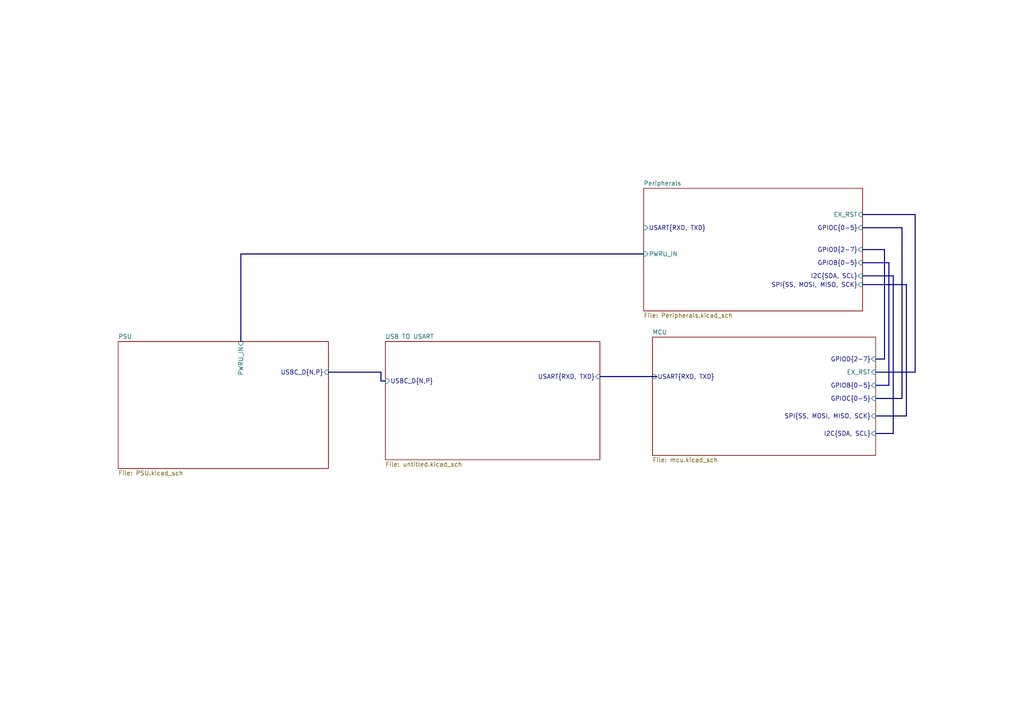
<source format=kicad_sch>
(kicad_sch (version 20230121) (generator eeschema)

  (uuid b2bbdadf-112f-4546-9689-8793d1774710)

  (paper "A4")

  (lib_symbols
  )


  (bus (pts (xy 69.85 73.66) (xy 69.85 99.06))
    (stroke (width 0) (type default))
    (uuid 00ad8706-856d-4fae-a6a5-12c9f8aafd3d)
  )
  (bus (pts (xy 110.49 110.49) (xy 111.76 110.49))
    (stroke (width 0) (type default))
    (uuid 12769caf-dafe-4a6b-8d3d-6e4882d909ed)
  )
  (bus (pts (xy 186.69 73.66) (xy 69.85 73.66))
    (stroke (width 0) (type default))
    (uuid 14446f7c-7a6b-4436-add5-a9477c45cca9)
  )
  (bus (pts (xy 262.89 82.55) (xy 250.19 82.55))
    (stroke (width 0) (type default))
    (uuid 17ad2968-0da6-40ba-b4db-2ecf090b0480)
  )
  (bus (pts (xy 257.81 111.76) (xy 254 111.76))
    (stroke (width 0) (type default))
    (uuid 2fbf1876-8c87-40b6-8bbd-724450d2cb4f)
  )
  (bus (pts (xy 250.19 76.2) (xy 257.81 76.2))
    (stroke (width 0) (type default))
    (uuid 327fbec1-bf8d-4296-b8e4-631c6f878590)
  )
  (bus (pts (xy 265.43 107.95) (xy 254 107.95))
    (stroke (width 0) (type default))
    (uuid 3af161d5-ca79-48ad-9c79-dca7e13cfea4)
  )
  (bus (pts (xy 257.81 76.2) (xy 257.81 111.76))
    (stroke (width 0) (type default))
    (uuid 3c7b3f2e-f1c2-472b-b011-346fb27089c4)
  )
  (bus (pts (xy 110.49 107.95) (xy 110.49 110.49))
    (stroke (width 0) (type default))
    (uuid 49fc620b-98f5-4790-bcbb-0bdc7cf5b42f)
  )
  (bus (pts (xy 256.54 72.39) (xy 256.54 104.14))
    (stroke (width 0) (type default))
    (uuid 51726653-c9a4-4039-b574-6783f75b1d72)
  )
  (bus (pts (xy 261.62 115.57) (xy 254 115.57))
    (stroke (width 0) (type default))
    (uuid 56efb673-9d21-4cb1-8d32-bf044c0f5b94)
  )
  (bus (pts (xy 173.99 109.22) (xy 190.5 109.22))
    (stroke (width 0) (type default))
    (uuid 5eebbb1d-9a3d-4980-bfe3-22c7b11db0c0)
  )
  (bus (pts (xy 254 125.73) (xy 259.08 125.73))
    (stroke (width 0) (type default))
    (uuid 649a4be9-7dd8-4f88-8691-8bcb3d0237f8)
  )
  (bus (pts (xy 95.25 107.95) (xy 110.49 107.95))
    (stroke (width 0) (type default))
    (uuid 6d666f6b-46bd-4640-bbfd-ed2b611f3b55)
  )
  (bus (pts (xy 265.43 62.23) (xy 265.43 107.95))
    (stroke (width 0) (type default))
    (uuid 76ec8b26-efed-40fc-917e-d0777e6c67f9)
  )
  (bus (pts (xy 262.89 120.65) (xy 262.89 82.55))
    (stroke (width 0) (type default))
    (uuid 8c5f936c-9fd3-4390-9f90-5eb1bf1033b6)
  )
  (bus (pts (xy 259.08 80.01) (xy 250.19 80.01))
    (stroke (width 0) (type default))
    (uuid a81d5356-3589-4515-abf8-80be859a1a92)
  )
  (bus (pts (xy 250.19 62.23) (xy 265.43 62.23))
    (stroke (width 0) (type default))
    (uuid a9e5bbcc-84ca-4d4a-b1e8-02c87062c8b0)
  )
  (bus (pts (xy 250.19 72.39) (xy 256.54 72.39))
    (stroke (width 0) (type default))
    (uuid ad12b516-8cc6-4bab-a6e1-170d720c6ad7)
  )
  (bus (pts (xy 259.08 125.73) (xy 259.08 80.01))
    (stroke (width 0) (type default))
    (uuid c012353e-93b6-42de-809f-3c215b65fa9e)
  )
  (bus (pts (xy 261.62 66.04) (xy 261.62 115.57))
    (stroke (width 0) (type default))
    (uuid c5cb7438-f994-4223-862a-d03b3ead2492)
  )
  (bus (pts (xy 256.54 104.14) (xy 254 104.14))
    (stroke (width 0) (type default))
    (uuid e2eb1990-d983-482e-8a1a-c1686e0100f6)
  )
  (bus (pts (xy 250.19 66.04) (xy 261.62 66.04))
    (stroke (width 0) (type default))
    (uuid fd3faf0f-905a-491c-be54-e9a60ecfaae9)
  )
  (bus (pts (xy 254 120.65) (xy 262.89 120.65))
    (stroke (width 0) (type default))
    (uuid ffda3e92-1149-4562-a0d9-87575638df71)
  )

  (sheet (at 111.76 99.06) (size 62.23 34.29) (fields_autoplaced)
    (stroke (width 0.1524) (type solid))
    (fill (color 0 0 0 0.0000))
    (uuid 4c1339f2-2103-4e30-bf65-8eca96f31bda)
    (property "Sheetname" "USB TO USART" (at 111.76 98.3484 0)
      (effects (font (size 1.27 1.27)) (justify left bottom))
    )
    (property "Sheetfile" "untitled.kicad_sch" (at 111.76 133.9346 0)
      (effects (font (size 1.27 1.27)) (justify left top))
    )
    (pin "USBC_D{N,P}" input (at 111.76 110.49 180)
      (effects (font (size 1.27 1.27)) (justify left))
      (uuid 10c701b6-665f-49e2-a934-c16b1d6a8e94)
    )
    (pin "USART{RXD, TXD}" input (at 173.99 109.22 0)
      (effects (font (size 1.27 1.27)) (justify right))
      (uuid 0c68c135-9dae-428f-a9bb-5066fc3cc755)
    )
    (instances
      (project "intro_to_pcb"
        (path "/b2bbdadf-112f-4546-9689-8793d1774710" (page "4"))
      )
    )
  )

  (sheet (at 189.23 97.79) (size 64.77 34.29) (fields_autoplaced)
    (stroke (width 0.1524) (type solid))
    (fill (color 0 0 0 0.0000))
    (uuid 79eb5c9f-5e5d-4906-96e6-3cddf5b6f148)
    (property "Sheetname" "MCU" (at 189.23 97.0784 0)
      (effects (font (size 1.27 1.27)) (justify left bottom))
    )
    (property "Sheetfile" "mcu.kicad_sch" (at 189.23 132.6646 0)
      (effects (font (size 1.27 1.27)) (justify left top))
    )
    (pin "GPIOD{2-7}" input (at 254 104.14 0)
      (effects (font (size 1.27 1.27)) (justify right))
      (uuid 8ea44365-d376-45c3-bd53-75e9e89a9b86)
    )
    (pin "EX_RST" input (at 254 107.95 0)
      (effects (font (size 1.27 1.27)) (justify right))
      (uuid bfda6431-080e-4851-8715-3d200f8bfbb6)
    )
    (pin "GPIOB{0-5}" input (at 254 111.76 0)
      (effects (font (size 1.27 1.27)) (justify right))
      (uuid ba68df3b-1c9d-488d-83f2-69ce80554289)
    )
    (pin "GPIOC{0-5}" input (at 254 115.57 0)
      (effects (font (size 1.27 1.27)) (justify right))
      (uuid dccf50b6-4ecf-492e-b0d5-7f0e52f9fcd6)
    )
    (pin "SPI{SS, MOSI, MISO, SCK}" input (at 254 120.65 0)
      (effects (font (size 1.27 1.27)) (justify right))
      (uuid 13f83cab-38cd-4581-9f71-8db4a12a46e0)
    )
    (pin "USART{RXD, TXD}" input (at 189.23 109.22 180)
      (effects (font (size 1.27 1.27)) (justify left))
      (uuid 13193510-179a-4962-a55d-7e70de816c90)
    )
    (pin "I2C{SDA, SCL}" input (at 254 125.73 0)
      (effects (font (size 1.27 1.27)) (justify right))
      (uuid 59b24f93-1c16-43f3-9e0a-1755a9a16410)
    )
    (instances
      (project "intro_to_pcb"
        (path "/b2bbdadf-112f-4546-9689-8793d1774710" (page "2"))
      )
    )
  )

  (sheet (at 186.69 54.61) (size 63.5 35.56) (fields_autoplaced)
    (stroke (width 0.1524) (type solid))
    (fill (color 0 0 0 0.0000))
    (uuid 879164f0-fec8-4770-b747-b152fb3319b7)
    (property "Sheetname" "Peripherals" (at 186.69 53.8984 0)
      (effects (font (size 1.27 1.27)) (justify left bottom))
    )
    (property "Sheetfile" "Peripherals.kicad_sch" (at 186.69 90.7546 0)
      (effects (font (size 1.27 1.27)) (justify left top))
    )
    (pin "EX_RST" input (at 250.19 62.23 0)
      (effects (font (size 1.27 1.27)) (justify right))
      (uuid f20779cc-fbe3-4142-ba9a-5f9723ee0409)
    )
    (pin "GPIOC{0-5}" input (at 250.19 66.04 0)
      (effects (font (size 1.27 1.27)) (justify right))
      (uuid 467d8da8-3cac-406a-b1be-24258de5b63f)
    )
    (pin "GPIOD{2-7}" input (at 250.19 72.39 0)
      (effects (font (size 1.27 1.27)) (justify right))
      (uuid 6de8f20c-3863-41ce-bc32-48d94052e808)
    )
    (pin "GPIOB{0-5}" input (at 250.19 76.2 0)
      (effects (font (size 1.27 1.27)) (justify right))
      (uuid 17e7d787-37c5-4da0-b062-eb355573ca71)
    )
    (pin "SPI{SS, MOSI, MISO, SCK}" input (at 250.19 82.55 0)
      (effects (font (size 1.27 1.27)) (justify right))
      (uuid 8fe47e3d-149f-4ba9-b12f-99e6096ae224)
    )
    (pin "USART{RXD, TXD}" input (at 186.69 66.04 180)
      (effects (font (size 1.27 1.27)) (justify left))
      (uuid b27ef643-0674-4d58-bc54-4299cc6410d0)
    )
    (pin "I2C{SDA, SCL}" input (at 250.19 80.01 0)
      (effects (font (size 1.27 1.27)) (justify right))
      (uuid 70a83afa-e3ab-49c3-b977-ac94ced3d74e)
    )
    (pin "PWRU_IN" input (at 186.69 73.66 180)
      (effects (font (size 1.27 1.27)) (justify left))
      (uuid ebdec43b-8855-40e6-bdb3-7143acbabd2c)
    )
    (instances
      (project "intro_to_pcb"
        (path "/b2bbdadf-112f-4546-9689-8793d1774710" (page "5"))
      )
    )
  )

  (sheet (at 34.29 99.06) (size 60.96 36.83) (fields_autoplaced)
    (stroke (width 0.1524) (type solid))
    (fill (color 0 0 0 0.0000))
    (uuid fe0ea4a4-c2df-4c35-8e09-ee6e8be7cc0a)
    (property "Sheetname" "PSU" (at 34.29 98.3484 0)
      (effects (font (size 1.27 1.27)) (justify left bottom))
    )
    (property "Sheetfile" "PSU.kicad_sch" (at 34.29 136.4746 0)
      (effects (font (size 1.27 1.27)) (justify left top))
    )
    (pin "USBC_D{N,P}" input (at 95.25 107.95 0)
      (effects (font (size 1.27 1.27)) (justify right))
      (uuid a2135dcc-ff84-490e-887e-20c7eda7e596)
    )
    (pin "PWRU_IN" input (at 69.85 99.06 90)
      (effects (font (size 1.27 1.27)) (justify right))
      (uuid 27531532-adf6-43b6-a034-83ed9e8c6262)
    )
    (instances
      (project "intro_to_pcb"
        (path "/b2bbdadf-112f-4546-9689-8793d1774710" (page "3"))
      )
    )
  )

  (sheet_instances
    (path "/" (page "1"))
  )
)

</source>
